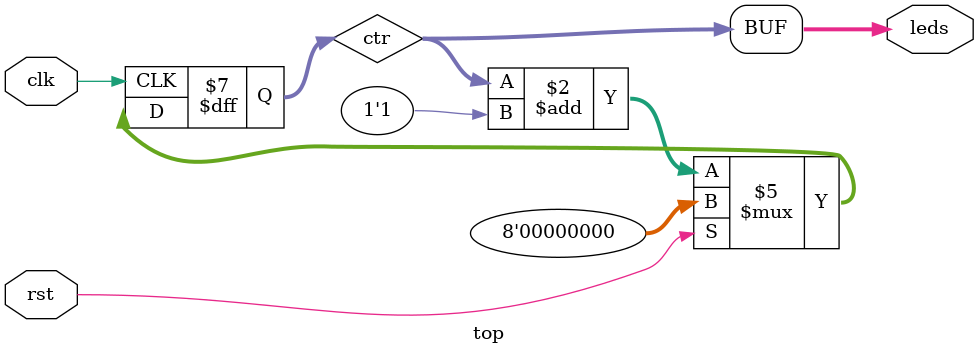
<source format=v>
module top(input clk, rst, output [7:0] leds);

// TODO: Test miter circuit without reset value.
reg [7:0] ctr = 8'h00;
always @(posedge clk)
	if (rst)
		ctr <= 8'h00;
	else
		ctr <= ctr + 1'b1;

assign leds = ctr;

endmodule

</source>
